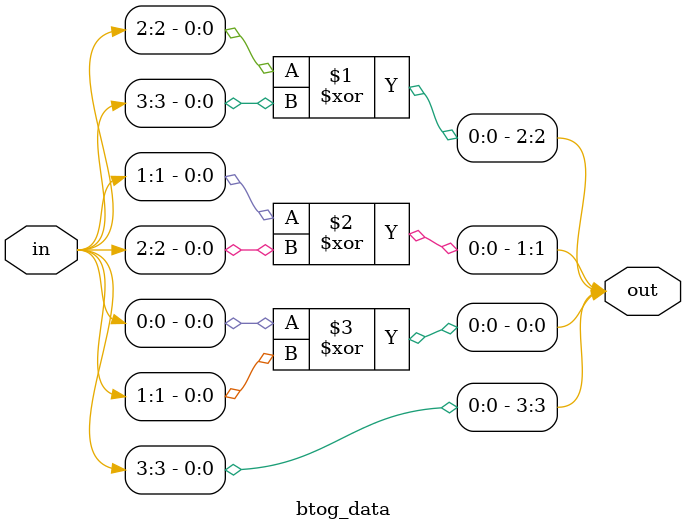
<source format=v>


module btog_data(out,in);
	output [3:0] out;
	input [3:0] in;
	assign out[3]=in[3];
	genvar ind;
	for(ind=2;ind>=0;ind=ind-1)
		begin
			assign out[ind]=in[ind]^in[ind+1];
		end
endmodule

</source>
